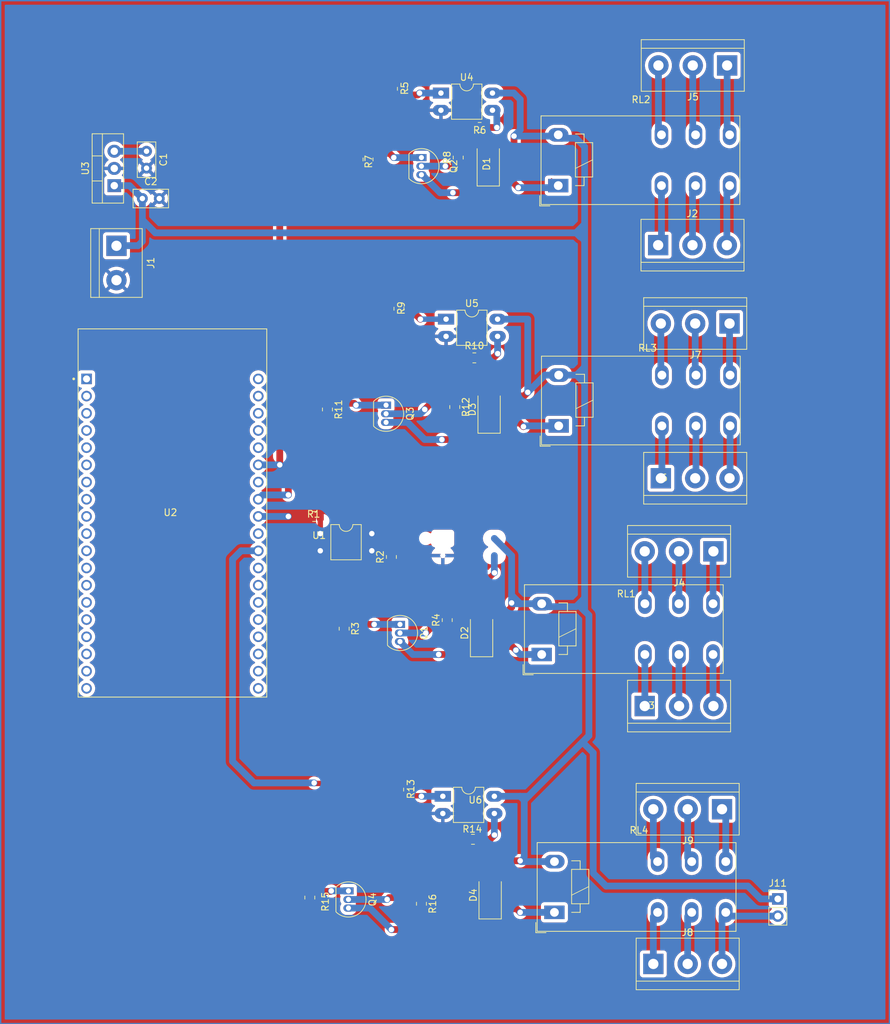
<source format=kicad_pcb>
(kicad_pcb (version 20240108) (generator "pcbnew") (generator_version "8.0")
  (layers (0 "F.Cu" signal) (31 "B.Cu" signal) (34 "B.Paste" user) (35 "F.Paste" user) (36 "B.SilkS" user "B.Silkscreen") (37 "F.SilkS" user "F.Silkscreen") (38 "B.Mask" user) (39 "F.Mask" user) (44 "Edge.Cuts" user))
  (net 0 "")
  (net 1 "GND")
  (net 2 "+5V")
  (net 3 "12V")
  (net 4 "Net-(D1-A)")
  (net 5 "Net-(D2-A)")
  (net 6 "Net-(D3-A)")
  (net 7 "Net-(D4-A)")
  (net 8 "NO1")
  (net 9 "COM1")
  (net 10 "NC1")
  (net 11 "NC1.1")
  (net 12 "NO1.1")
  (net 13 "COM1.1")
  (net 14 "COM2.1")
  (net 15 "NC2.1")
  (net 16 "NO2.1")
  (net 17 "COM2")
  (net 18 "NO2")
  (net 19 "NC2")
  (net 20 "NC1.2")
  (net 21 "NO1.2")
  (net 22 "COM1.2")
  (net 23 "NC2.2")
  (net 24 "COM2.2")
  (net 25 "NO2.2")
  (net 26 "NC1.3")
  (net 27 "COM1.3")
  (net 28 "NO1.3")
  (net 29 "COM2.3")
  (net 30 "NO2.3")
  (net 31 "NC2.3")
  (net 32 "Net-(Q1-S)")
  (net 33 "Net-(Q1-G)")
  (net 34 "Net-(Q2-S)")
  (net 35 "Net-(Q2-G)")
  (net 36 "Net-(Q3-G)")
  (net 37 "Net-(Q3-S)")
  (net 38 "Net-(Q4-G)")
  (net 39 "Net-(Q4-S)")
  (net 40 "Net-(R1-Pad2)")
  (net 41 "Net-(R2-Pad2)")
  (net 42 "Net-(R5-Pad2)")
  (net 43 "GPIO18")
  (net 44 "Net-(R6-Pad2)")
  (net 45 "Net-(R9-Pad2)")
  (net 46 "Net-(R10-Pad2)")
  (net 47 "Net-(R13-Pad2)")
  (net 48 "Net-(R14-Pad2)")
  (net 49 "5V")
  (net 50 "SCL")
  (net 51 "SDA")
  (net 70 "3.3V")
  (net 78 "GPIO21")
  (net 80 "GPIO19")
  (net 81 "GPIO17")
  (footprint "Resistor_SMD:R_0805_2012Metric" (layer "F.Cu") (at 102.715 104.4875 -90)
    (property "Reference" "R12")
    (property "Value" "10k")
  )
  (footprint "TerminalBlock:TerminalBlock_bornier-3_P5.08mm" (layer "F.Cu") (at 143.355 92.145 180)
    (property "Reference" "J7")
    (property "Value" "BORNERA 2")
  )
  (footprint "Resistor_SMD:R_0805_2012Metric" (layer "F.Cu") (at 93.345 126.6375 90)
    (property "Reference" "R2")
    (property "Value" "1K")
  )
  (footprint "Relay_THT:Relay_DPDT_Schrack-RT2-FormC_RM5mm" (layer "F.Cu") (at 118.025 71.77)
    (property "Reference" "RL2")
    (property "Value" "Relay_Doble_Inversor")
  )
  (footprint "TerminalBlock:TerminalBlock_bornier-3_P5.08mm" (layer "F.Cu") (at 140.97 125.805 180)
    (property "Reference" "J4")
    (property "Value" "BORNERA 2")
  )
  (footprint "Capacitor_THT:C_Disc_D5.0mm_W2.5mm_P2.50mm" (layer "F.Cu") (at 56.515 73.68)
    (property "Reference" "C2")
    (property "Value" "0.22uf")
  )
  (footprint "Diode_SMD:D_SMA" (layer "F.Cu") (at 106.68 137.87 90)
    (property "Reference" "D2")
    (property "Value" "DIODE")
  )
  (footprint "Package_DIP:DIP-4_W7.62mm_LongPads" (layer "F.Cu") (at 82.8275 123.185)
    (property "Reference" "U1")
    (property "Value" "PC817")
  )
  (footprint "Resistor_SMD:R_0805_2012Metric" (layer "F.Cu") (at 81.28 176.9625 -90)
    (property "Reference" "R15")
    (property "Value" "10k")
  )
  (footprint "TerminalBlock:TerminalBlock_bornier-3_P5.08mm" (layer "F.Cu") (at 133.195 115.005)
    (property "Reference" "J6")
    (property "Value" "BORNERA 1")
  )
  (footprint "TerminalBlock:TerminalBlock_bornier-3_P5.08mm" (layer "F.Cu") (at 142.995 54.02 180)
    (property "Reference" "J5")
    (property "Value" "BORNERA 2")
  )
  (footprint "TerminalBlock:TerminalBlock_bornier-3_P5.08mm" (layer "F.Cu") (at 132.08 186.765)
    (property "Reference" "J8")
    (property "Value" "BORNERA 1")
  )
  (footprint "Package_DIP:DIP-4_W7.62mm_LongPads" (layer "F.Cu") (at 100.67 58.1)
    (property "Reference" "U4")
    (property "Value" "PC817")
  )
  (footprint "Resistor_SMD:R_0805_2012Metric" (layer "F.Cu") (at 103.225 67.63 90)
    (property "Reference" "R8")
    (property "Value" "10k")
  )
  (footprint "Resistor_SMD:R_0805_2012Metric" (layer "F.Cu") (at 83.885 104.845 -90)
    (property "Reference" "R11")
    (property "Value" "10k")
  )
  (footprint "Package_TO_SOT_THT:TO-92_Inline" (layer "F.Cu") (at 97.785 67.63 -90)
    (property "Reference" "Q2")
    (property "Value" "2N7000")
  )
  (footprint "Package_TO_SOT_THT:TO-92_Inline" (layer "F.Cu") (at 92.555 104.21 -90)
    (property "Reference" "Q3")
    (property "Value" "2N7000")
  )
  (footprint "Package_DIP:DIP-4_W7.62mm_LongPads" (layer "F.Cu") (at 101.43 91.505)
    (property "Reference" "U5")
    (property "Value" "PC817")
  )
  (footprint "Relay_THT:Relay_DPDT_Schrack-RT2-FormC_RM5mm" (layer "F.Cu") (at 118.09 107.27)
    (property "Reference" "RL3")
    (property "Value" "Relay_Doble_Inversor")
  )
  (footprint "Relay_THT:Relay_DPDT_Schrack-RT2-FormC_RM5mm" (layer "F.Cu") (at 117.455 179.145)
    (property "Reference" "RL4")
    (property "Value" "Relay_Doble_Inversor")
  )
  (footprint "Resistor_SMD:R_0805_2012Metric" (layer "F.Cu") (at 86.36 137.235 -90)
    (property "Reference" "R3")
    (property "Value" "10k")
  )
  (footprint "Diode_SMD:D_SMA" (layer "F.Cu") (at 107.67 68.32 90)
    (property "Reference" "D1")
    (property "Value" "DIODE")
  )
  (footprint "nueva huella esp32:MODULE_ESP32-DEVKITC-32D" (layer "F.Cu") (at 60.96 120.09)
    (property "Reference" "U2")
    (property "Value" "ESP32-DEVKITC-32D")
  )
  (footprint "Connector_PinHeader_2.54mm:PinHeader_1x02_P2.54mm_Vertical" (layer "F.Cu") (at 150.495 177.16)
    (property "Reference" "J11")
    (property "Value" "valvula")
  )
  (footprint "Diode_SMD:D_SMA" (layer "F.Cu") (at 107.95 176.605 90)
    (property "Reference" "D4")
    (property "Value" "DIODE")
  )
  (footprint "TerminalBlock:TerminalBlock_bornier-3_P5.08mm" (layer "F.Cu") (at 132.795 80.57)
    (property "Reference" "J2")
    (property "Value" "BORNERA 1")
  )
  (footprint "Package_TO_SOT_THT:TO-92_Inline" (layer "F.Cu") (at 86.995 175.97 -90)
    (property "Reference" "Q4")
    (property "Value" "2N7000")
  )
  (footprint "Resistor_SMD:R_0805_2012Metric" (layer "F.Cu") (at 105.6125 97.225)
    (property "Reference" "R10")
    (property "Value" "1K")
  )
  (footprint "Diode_SMD:D_SMA" (layer "F.Cu") (at 107.795 104.845 90)
    (property "Reference" "D3")
    (property "Value" "DIODE")
  )
  (footprint "TerminalBlock:TerminalBlock_bornier-3_P5.08mm" (layer "F.Cu") (at 142.24 163.905 180)
    (property "Reference" "J9")
    (property "Value" "BORNERA 2")
  )
  (footprint "Resistor_SMD:R_0805_2012Metric" (layer "F.Cu") (at 97.79 177.875 -90)
    (property "Reference" "R16")
    (property "Value" "10k")
  )
  (footprint "TerminalBlock:TerminalBlock_bornier-3_P5.08mm" (layer "F.Cu") (at 130.81 148.665)
    (property "Reference" "J3")
    (property "Value" "BORNERA 1")
  )
  (footprint "Resistor_SMD:R_0805_2012Metric" (layer "F.Cu") (at 101.6 135.965 90)
    (property "Reference" "R4")
    (property "Value" "10k")
  )
  (footprint "Package_TO_SOT_THT:TO-92_Inline" (layer "F.Cu") (at 94.615 136.6 -90)
    (property "Reference" "Q1")
    (property "Value" "2N7000")
  )
  (footprint "Resistor_SMD:R_0805_2012Metric" (layer "F.Cu") (at 81.915 120.65)
    (property "Reference" "R1")
    (property "Value" "1k")
  )
  (footprint "TerminalBlock:TerminalBlock_bornier-2_P5.08mm" (layer "F.Cu") (at 52.685 80.665 -90)
    (property "Reference" "J1")
    (property "Value" "Screw_Terminal_01x02")
  )
  (footprint "Resistor_SMD:R_0805_2012Metric" (layer "F.Cu") (at 106.4 63.185)
    (property "Reference" "R6")
    (property "Value" "1K")
  )
  (footprint "Package_DIP:DIP-4_W7.62mm_LongPads" (layer "F.Cu") (at 100.95 161.995)
    (property "Reference" "U6")
    (property "Value" "PC817")
  )
  (footprint "Resistor_SMD:R_0805_2012Metric" (layer "F.Cu") (at 94.97 57.47 -90)
    (property "Reference" "R5")
    (property "Value" "1k")
  )
  (footprint "Resistor_SMD:R_0805_2012Metric" (layer "F.Cu") (at 89.89 67.9075 -90)
    (property "Reference" "R7")
    (property "Value" "10k")
  )
  (footprint "Capacitor_THT:C_Disc_D5.0mm_W2.5mm_P2.50mm" (layer "F.Cu") (at 57.13 66.695 -90)
    (property "Reference" "C1")
    (property "Value" "0.1uf")
  )
  (footprint "Relay_THT:Relay_DPDT_Schrack-RT2-FormC_RM5mm" (layer "F.Cu") (at 115.57 141.045)
    (property "Reference" "RL1")
    (property "Value" "Relay_Doble_Inversor")
  )
  (footprint "Resistor_SMD:R_0805_2012Metric" (layer "F.Cu") (at 105.41 168.35)
    (property "Reference" "R14")
    (property "Value" "1K")
  )
  (footprint "Package_TO_SOT_THT:TO-220-3_Vertical" (layer "F.Cu") (at 52.36 71.775 90)
    (property "Reference" "U3")
    (property "Value" "L7805")
  )
  (footprint "Resistor_SMD:R_0805_2012Metric" (layer "F.Cu") (at 94.46 89.9625 -90)
    (property "Reference" "R9")
    (property "Value" "1k")
  )
  (footprint "Resistor_SMD:R_0805_2012Metric" (layer "F.Cu") (at 95.885 161.0075 -90)
    (property "Reference" "R13")
    (property "Value" "1k")
  )
  (gr_rect (start 35.56 44.45) (end 167.005 195.58) (stroke (width 0.2)) (fill none) (layer "B.Cu"))
  (segment (start 57.13 66.695) (end 52.36 66.695) (width 1) (layer "B.Cu") (net 2))
  (segment (start 111.48 65.675) (end 110.835 66.32) (width 1) (layer "F.Cu") (net 3))
  (segment (start 112.97 102.845) (end 107.795 102.845) (width 1) (layer "F.Cu") (net 3))
  (segment (start 107.95 173.43) (end 109.855 171.525) (width 1) (layer "F.Cu") (net 3))
  (segment (start 109.315 135.87) (end 111.125 134.06) (width 1) (layer "F.Cu") (net 3))
  (segment (start 107.95 174.605) (end 107.95 173.43) (width 0.8) (layer "F.Cu") (net 3))
  (segment (start 109.855 171.525) (end 112.395 171.525) (width 1) (layer "F.Cu") (net 3))
  (segment (start 113.51 102.305) (end 112.97 102.845) (width 1) (layer "F.Cu") (net 3))
  (segment (start 110.835 66.32) (end 107.67 66.32) (width 1) (layer "F.Cu") (net 3))
  (segment (start 106.68 135.87) (end 109.315 135.87) (width 1) (layer "F.Cu") (net 3))
  (segment (start 111.48 64.425) (end 111.48 65.675) (width 1) (layer "F.Cu") (net 3))
  (segment (start 111.125 134.06) (end 111.125 133.425) (width 1) (layer "F.Cu") (net 3))
  (via (at 111.125 133.425) (size 0.9) (drill 0.8) (layers "F.Cu" "B.Cu") (net 3))
  (via (at 111.48 64.455) (size 0.9) (drill 0.8) (layers "F.Cu" "B.Cu") (net 3))
  (via (at 113.51 102.305) (size 0.9) (drill 0.8) (layers "F.Cu" "B.Cu") (net 3))
  (via (at 112.395 171.525) (size 0.9) (drill 0.8) (layers "F.Cu" "B.Cu") (net 3))
  (segment (start 118.025 64.27) (end 118.525 64.77) (width 0.8) (layer "B.Cu") (net 3))
  (segment (start 125.095 175.26) (end 123.19 173.355) (width 1) (layer "B.Cu") (net 3))
  (segment (start 121.845 99.77) (end 120.65 99.77) (width 1) (layer "B.Cu") (net 3))
  (segment (start 112.9925 162.5975) (end 112.9925 170.9275) (width 1) (layer "B.Cu") (net 3))
  (segment (start 116.045 99.77) (end 118.09 99.77) (width 1) (layer "B.Cu") (net 3))
  (segment (start 122.2375 153.3525) (end 122.555 153.035) (width 1) (layer "B.Cu") (net 3))
  (segment (start 111.125 132.08) (end 111.125 133.425) (width 1) (layer "B.Cu") (net 3))
  (segment (start 108.29 58.1) (end 111.44 58.1) (width 1) (layer "B.Cu") (net 3))
  (segment (start 122.555 135.255) (end 121.285 133.985) (width 1) (layer "B.Cu") (net 3))
  (segment (start 121.92 134.62) (end 121.92 132.715) (width 1) (layer "B.Cu") (net 3))
  (segment (start 111.125 132.275) (end 112.395 133.545) (width 1) (layer "B.Cu") (net 3))
  (segment (start 108.57 161.995) (end 112.39 161.995) (width 1) (layer "B.Cu") (net 3))
  (segment (start 111.44 58.1) (end 112.395 59.055) (width 1) (layer "B.Cu") (net 3))
  (segment (start 116.01 133.985) (end 115.57 133.545) (width 0.8) (layer "B.Cu") (net 3))
  (segment (start 112.395 133.545) (end 115.57 133.545) (width 1) (layer "B.Cu") (net 3))
  (segment (start 112.9925 170.9275) (end 112.395 171.525) (width 0.8) (layer "B.Cu") (net 3))
  (segment (start 111.125 133.425) (end 111.245 133.545) (width 0.8) (layer "B.Cu") (net 3))
  (segment (start 111.125 126.45) (end 111.125 132.08) (width 1) (layer "B.Cu") (net 3))
  (segment (start 147.95 177.16) (end 146.05 175.26) (width 1) (layer "B.Cu") (net 3))
  (segment (start 120.65 99.77) (end 120.725 99.77) (width 0.8) (layer "B.Cu") (net 3))
  (segment (start 112.395 59.055) (end 112.395 63.54) (width 1) (layer "B.Cu") (net 3))
  (segment (start 117.84 64.455) (end 111.48 64.455) (width 1) (layer "B.Cu") (net 3))
  (segment (start 56.515 78.76) (end 56.515 80.01) (width 1) (layer "B.Cu") (net 3))
  (segment (start 121.92 99.695) (end 121.845 99.77) (width 0.8) (layer "B.Cu") (net 3))
  (segment (start 120.65 133.985) (end 121.92 132.715) (width 1) (layer "B.Cu") (net 3))
  (segment (start 121.27 78.755) (end 121.92 78.105) (width 1) (layer "B.Cu") (net 3))
  (segment (start 121.27 78.755) (end 121.27 79.36) (width 0.8) (layer "B.Cu") (net 3))
  (segment (start 120.665 78.755) (end 58.435 78.755) (width 1) (layer "B.Cu") (net 3))
  (segment (start 123.19 173.355) (end 123.19 155.575) (width 1) (layer "B.Cu") (net 3))
  (segment (start 108.57 123.895) (end 111.125 126.45) (width 1) (layer "B.Cu") (net 3))
  (segment (start 109.05 91.505) (end 113.505 91.505) (width 1) (layer "B.Cu") (net 3))
  (segment (start 58.435 78.755) (end 56.515 76.835) (width 1) (layer "B.Cu") (net 3))
  (segment (start 108.64 161.925) (end 108.57 161.995) (width 1) (layer "B.Cu") (net 3))
  (segment (start 120.65 133.985) (end 116.01 133.985) (width 1) (layer "B.Cu") (net 3))
  (segment (start 111.125 132.08) (end 111.125 132.275) (width 0.8) (layer "B.Cu") (net 3))
  (segment (start 123.19 155.575) (end 121.6025 153.9875) (width 1) (layer "B.Cu") (net 3))
  (segment (start 120.635 78.755) (end 121.92 77.47) (width 1) (layer "B.Cu") (net 3))
  (segment (start 52.705 80.645) (end 52.685 80.665) (width 0.8) (layer "B.Cu") (net 3))
  (segment (start 121.285 154.305) (end 122.555 153.035) (width 1) (layer "B.Cu") (net 3))
  (segment (start 56.515 73.68) (end 56.515 76.835) (width 1) (layer "B.Cu") (net 3))
  (segment (start 113.505 91.505) (end 113.51 91.51) (width 0.8) (layer "B.Cu") (net 3))
  (segment (start 113.51 102.305) (end 116.045 99.77) (width 1) (layer "B.Cu") (net 3))
  (segment (start 56.515 76.835) (end 56.515 78.105) (width 1) (layer "B.Cu") (net 3))
  (segment (start 112.39 161.995) (end 113.595 161.995) (width 1) (layer "B.Cu") (net 3))
  (segment (start 113.51 91.51) (end 113.51 102.305) (width 1) (layer "B.Cu") (net 3))
  (segment (start 121.27 79.36) (end 120.665 78.755) (width 1) (layer "B.Cu") (net 3))
  (segment (start 120.65 64.77) (end 121.92 66.04) (width 1) (layer "B.Cu") (net 3))
  (segment (start 121.92 66.04) (end 121.92 77.47) (width 1) (layer "B.Cu") (net 3))
  (segment (start 121.92 80.01) (end 121.92 78.105) (width 1) (layer "B.Cu") (net 3))
  (segment (start 56.515 78.105) (end 56.515 78.76) (width 1) (layer "B.Cu") (net 3))
  (segment (start 113.595 161.995) (end 113.665 161.925) (width 0.8) (layer "B.Cu") (net 3))
  (segment (start 111.245 133.545) (end 112.395 133.545) (width 1) (layer "B.Cu") (net 3))
  (segment (start 122.555 153.035) (end 122.555 135.255) (width 1) (layer "B.Cu") (net 3))
  (segment (start 121.92 132.715) (end 121.92 100.965) (width 1) (layer "B.Cu") (net 3))
  (segment (start 121.92 99.695) (end 121.92 98.425) (width 1) (layer "B.Cu") (net 3))
  (segment (start 54.61 71.775) (end 56.515 73.68) (width 1) (layer "B.Cu") (net 3))
  (segment (start 113.665 161.925) (end 121.285 154.305) (width 1) (layer "B.Cu") (net 3))
  (segment (start 118.525 64.77) (end 120.65 64.77) (width 1) (layer "B.Cu") (net 3))
  (segment (start 121.92 98.425) (end 121.92 80.01) (width 1) (layer "B.Cu") (net 3))
  (segment (start 120.665 78.755) (end 120.635 78.755) (width 1) (layer "B.Cu") (net 3))
  (segment (start 121.92 78.105) (end 121.92 77.47) (width 1) (layer "B.Cu") (net 3))
  (segment (start 56.52 78.755) (end 56.515 78.76) (width 0.8) (layer "B.Cu") (net 3))
  (segment (start 52.36 71.775) (end 54.61 71.775) (width 1) (layer "B.Cu") (net 3))
  (segment (start 121.92 98.575) (end 120.725 99.77) (width 1) (layer "B.Cu") (net 3))
  (segment (start 121.92 98.425) (end 121.92 98.575) (width 0.8) (layer "B.Cu") (net 3))
  (segment (start 121.27 79.36) (end 121.92 80.01) (width 0.8) (layer "B.Cu") (net 3))
  (segment (start 120.65 99.77) (end 118.09 99.77) (width 1) (layer "B.Cu") (net 3))
  (segment (start 117.455 171.645) (end 112.515 171.645) (width 1) (layer "B.Cu") (net 3))
  (segment (start 112.395 63.54) (end 111.48 64.455) (width 1) (layer "B.Cu") (net 3))
  (segment (start 118.025 64.27) (end 117.84 64.455) (width 0.8) (layer "B.Cu") (net 3))
  (segment (start 112.515 171.645) (end 112.395 171.525) (width 0.8) (layer "B.Cu") (net 3))
  (segment (start 121.92 100.965) (end 121.92 99.695) (width 1) (layer "B.Cu") (net 3))
  (segment (start 120.665 78.755) (end 121.27 78.755) (width 0.8) (layer "B.Cu") (net 3))
  (segment (start 121.285 133.985) (end 120.65 133.985) (width 0.8) (layer "B.Cu") (net 3))
  (segment (start 112.39 161.995) (end 112.9925 162.5975) (width 1) (layer "B.Cu") (net 3))
  (segment (start 112.9925 162.5975) (end 113.665 161.925) (width 1) (layer "B.Cu") (net 3))
  (segment (start 146.05 175.26) (end 125.095 175.26) (width 1) (layer "B.Cu") (net 3))
  (segment (start 120.725 99.77) (end 121.92 100.965) (width 1) (layer "B.Cu") (net 3))
  (segment (start 55.88 80.645) (end 52.705 80.645) (width 1) (layer "B.Cu") (net 3))
  (segment (start 55.88 80.645) (end 56.515 80.01) (width 1) (layer "B.Cu") (net 3))
  (segment (start 121.285 133.985) (end 121.92 134.62) (width 1) (layer "B.Cu") (net 3))
  (segment (start 150.495 177.16) (end 147.95 177.16) (width 1) (layer "B.Cu") (net 3))
  (segment (start 117.025 70.77) (end 118.025 71.77) (width 0.2) (layer "F.Cu") (net 4))
  (segment (start 112.115 72.075) (end 110.36 70.32) (width 1) (layer "F.Cu") (net 4))
  (segment (start 107.67 70.32) (end 105.17 72.82) (width 1) (layer "F.Cu") (net 4))
  (segment (start 110.36 70.32) (end 109.845 70.32) (width 0.8) (layer "F.Cu") (net 4))
  (segment (start 108.185 70.32) (end 107.67 70.32) (width 0.8) (layer "F.Cu") (net 4))
  (segment (start 109.845 70.32) (end 107.67 70.32) (width 1) (layer "F.Cu") (net 4))
  (segment (start 105.17 72.82) (end 102.435 72.82) (width 1) (layer "F.Cu") (net 4))
  (via (at 112.115 72.075) (size 0.9) (drill 0.8) (layers "F.Cu" "B.Cu") (net 4))
  (via (at 102.435 72.82) (size 0.9) (drill 0.8) (layers "F.Cu" "B.Cu") (net 4))
  (segment (start 97.785 70.17) (end 97.895 70.17) (width 0.8) (layer "B.Cu") (net 4))
  (segment (start 100.545 72.82) (end 102.435 72.82) (width 1) (layer "B.Cu") (net 4))
  (segment (start 97.895 70.17) (end 100.545 72.82) (width 1) (layer "B.Cu") (net 4))
  (segment (start 111.935 71.77) (end 111.985 71.77) (width 0.2) (layer "B.Cu") (net 4))
  (segment (start 117.72 72.075) (end 112.115 72.075) (width 1) (layer "B.Cu") (net 4))
  (segment (start 118.025 71.77) (end 117.72 72.075) (width 0.8) (layer "B.Cu") (net 4))
  (segment (start 105.505 141.045) (end 100.33 141.045) (width 1) (layer "F.Cu") (net 5))
  (segment (start 111.76 140.41) (end 111.22 139.87) (width 1) (layer "F.Cu") (net 5))
  (segment (start 111.22 139.87) (end 106.68 139.87) (width 1) (layer "F.Cu") (net 5))
  (segment (start 106.68 139.87) (end 105.505 141.045) (width 1) (layer "F.Cu") (net 5))
  (via (at 100.33 141.045) (size 0.9) (drill 0.8) (layers "F.Cu" "B.Cu") (net 5))
  (via (at 111.76 140.41) (size 0.9) (drill 0.8) (layers "F.Cu" "B.Cu") (net 5))
  (segment (start 112.395 141.045) (end 111.76 140.41) (width 1) (layer "B.Cu") (net 5))
  (segment (start 96.52 141.045) (end 100.33 141.045) (width 1) (layer "B.Cu") (net 5))
  (segment (start 115.57 141.045) (end 112.395 141.045) (width 1) (layer "B.Cu") (net 5))
  (segment (start 94.615 139.14) (end 96.52 141.045) (width 1) (layer "B.Cu") (net 5))
  (segment (start 107.795 106.845) (end 112.335 106.845) (width 1) (layer "F.Cu") (net 6))
  (segment (start 105.35 109.29) (end 100.81 109.29) (width 1) (layer "F.Cu") (net 6))
  (segment (start 107.795 106.845) (end 105.35 109.29) (width 1) (layer "F.Cu") (net 6))
  (segment (start 112.335 106.845) (end 112.875 107.385) (width 1) (layer "F.Cu") (net 6))
  (via (at 112.875 107.385) (size 0.9) (drill 0.8) (layers "F.Cu" "B.Cu") (net 6))
  (via (at 100.81 109.29) (size 0.9) (drill 0.8) (layers "F.Cu" "B.Cu") (net 6))
  (segment (start 95.73 106.75) (end 98.27 109.29) (width 1) (layer "B.Cu") (net 6))
  (segment (start 118.09 107.27) (end 112.99 107.27) (width 1) (layer "B.Cu") (net 6))
  (segment (start 92.555 106.75) (end 95.73 106.75) (width 1) (layer "B.Cu") (net 6))
  (segment (start 98.27 109.29) (end 100.81 109.29) (width 1) (layer "B.Cu") (net 6))
  (segment (start 112.99 107.27) (end 112.875 107.385) (width 0.8) (layer "B.Cu") (net 6))
  (segment (start 107.22 178.605) (end 104.14 181.685) (width 1) (layer "F.Cu") (net 7))
  (segment (start 107.95 178.605) (end 107.22 178.605) (width 0.8) (layer "F.Cu") (net 7))
  (segment (start 111.855 178.605) (end 112.395 179.145) (width 1) (layer "F.Cu") (net 7))
  (segment (start 104.14 181.685) (end 93.345 181.685) (width 1) (layer "F.Cu") (net 7))
  (segment (start 107.95 178.605) (end 111.855 178.605) (width 1) (layer "F.Cu") (net 7))
  (via (at 93.345 181.685) (size 0.9) (drill 0.8) (layers "F.Cu" "B.Cu") (net 7))
  (via (at 112.395 179.145) (size 0.9) (drill 0.8) (layers "F.Cu" "B.Cu") (net 7))
  (segment (start 117.455 179.145) (end 112.395 179.145) (width 1) (layer "B.Cu") (net 7))
  (segment (start 86.995 178.51) (end 90.17 178.51) (width 1) (layer "B.Cu") (net 7))
  (segment (start 90.17 178.51) (end 93.345 181.685) (width 1) (layer "B.Cu") (net 7))
  (segment (start 142.955 80.57) (end 142.955 72.18) (width 1) (layer "B.Cu") (net 8))
  (segment (start 142.955 72.18) (end 143.365 71.77) (width 0.2) (layer "B.Cu") (net 8))
  (segment (start 137.875 72.22) (end 138.325 71.77) (width 0.2) (layer "B.Cu") (net 9))
  (segment (start 137.875 80.57) (end 137.875 72.22) (width 1) (layer "B.Cu") (net 9))
  (segment (start 133.285 80.08) (end 133.285 71.77) (width 1) (layer "B.Cu") (net 10))
  (segment (start 132.795 80.57) (end 133.285 80.08) (width 0.2) (layer "B.Cu") (net 10))
  (segment (start 130.83 148.645) (end 130.81 148.665) (width 0.8) (layer "B.Cu") (net 11))
  (segment (start 130.83 141.045) (end 130.83 148.645) (width 1) (layer "B.Cu") (net 11))
  (segment (start 140.91 148.605) (end 140.97 148.665) (width 0.8) (layer "B.Cu") (net 12))
  (segment (start 140.91 141.045) (end 140.91 148.605) (width 1) (layer "B.Cu") (net 12))
  (segment (start 135.87 141.045) (end 135.87 148.645) (width 1) (layer "B.Cu") (net 13))
  (segment (start 135.87 148.645) (end 135.89 148.665) (width 0.8) (layer "B.Cu") (net 13))
  (segment (start 135.87 125.825) (end 135.89 125.805) (width 0.8) (layer "B.Cu") (net 14))
  (segment (start 135.87 133.545) (end 135.87 125.825) (width 1) (layer "B.Cu") (net 14))
  (segment (start 130.83 125.825) (end 130.81 125.805) (width 0.8) (layer "B.Cu") (net 15))
  (segment (start 130.83 133.545) (end 130.83 125.825) (width 1) (layer "B.Cu") (net 15))
  (segment (start 140.91 125.865) (end 140.97 125.805) (width 0.8) (layer "B.Cu") (net 16))
  (segment (start 140.91 133.545) (end 140.91 125.865) (width 1) (layer "B.Cu") (net 16))
  (segment (start 137.915 63.86) (end 138.325 64.27) (width 0.2) (layer "B.Cu") (net 17))
  (segment (start 137.915 54.02) (end 137.915 63.86) (width 1) (layer "B.Cu") (net 17))
  (segment (start 142.995 63.9) (end 143.365 64.27) (width 0.2) (layer "B.Cu") (net 18))
  (segment (start 142.995 54.02) (end 142.995 63.9) (width 1) (layer "B.Cu") (net 18))
  (segment (start 132.835 54.02) (end 132.835 63.82) (width 1) (layer "B.Cu") (net 19))
  (segment (start 132.835 63.82) (end 133.285 64.27) (width 0.2) (layer "B.Cu") (net 19))
  (segment (start 133.35 107.27) (end 133.35 114.85) (width 1) (layer "B.Cu") (net 20))
  (segment (start 133.35 114.85) (end 133.195 115.005) (width 0.8) (layer "B.Cu") (net 20))
  (segment (start 143.43 114.93) (end 143.355 115.005) (width 0.8) (layer "B.Cu") (net 21))
  (segment (start 143.43 107.27) (end 143.43 114.93) (width 1) (layer "B.Cu") (net 21))
  (segment (start 138.39 114.89) (end 138.275 115.005) (width 0.8) (layer "B.Cu") (net 22))
  (segment (start 138.39 107.27) (end 138.39 114.89) (width 1) (layer "B.Cu") (net 22))
  (segment (start 133.195 99.615) (end 133.35 99.77) (width 0.8) (layer "B.Cu") (net 23))
  (segment (start 133.195 92.145) (end 133.195 99.615) (width 1) (layer "B.Cu") (net 23))
  (segment (start 138.275 92.145) (end 138.275 99.655) (width 1) (layer "B.Cu") (net 24))
  (segment (start 138.275 99.655) (end 138.39 99.77) (width 0.8) (layer "B.Cu") (net 24))
  (segment (start 143.355 92.145) (end 143.355 99.695) (width 1) (layer "B.Cu") (net 25))
  (segment (start 143.355 99.695) (end 143.43 99.77) (width 0.8) (layer "B.Cu") (net 25))
  (segment (start 132.08 186.765) (end 132.08 179.78) (width 1) (layer "B.Cu") (net 26))
  (segment (start 132.08 179.78) (end 132.715 179.145) (width 0.8) (layer "B.Cu") (net 26))
  (segment (start 137.16 186.765) (end 137.16 179.74) (width 1) (layer "B.Cu") (net 27))
  (segment (start 137.16 179.74) (end 137.755 179.145) (width 0.8) (layer "B.Cu") (net 27))
  (segment (start 150.495 179.7) (end 143.35 179.7) (width 1) (layer "B.Cu") (net 28))
  (segment (start 142.24 179.7) (end 142.795 179.145) (width 0.8) (layer "B.Cu") (net 28))
  (segment (start 143.35 179.7) (end 142.795 179.145) (width 0.8) (layer "B.Cu") (net 28))
  (segment (start 142.24 186.765) (end 142.24 179.7) (width 1) (layer "B.Cu") (net 28))
  (segment (start 137.16 171.05) (end 137.755 171.645) (width 0.8) (layer "B.Cu") (net 29))
  (segment (start 137.16 163.905) (end 137.16 171.05) (width 1) (layer "B.Cu") (net 29))
  (segment (start 142.795 171.645) (end 142.795 164.46) (width 1) (layer "B.Cu") (net 30))
  (segment (start 142.795 164.46) (end 142.24 163.905) (width 0.8) (layer "B.Cu") (net 30))
  (segment (start 132.08 171.01) (end 132.715 171.645) (width 0.8) (layer "B.Cu") (net 31))
  (segment (start 132.08 163.905) (end 132.08 171.01) (width 1) (layer "B.Cu") (net 31))
  (segment (start 89.8125 136.6) (end 90.805 136.6) (width 1) (layer "F.Cu") (net 32))
  (segment (start 86.36 136.3225) (end 89.535 136.3225) (width 1) (layer "F.Cu") (net 32))
  (segment (start 89.535 136.3225) (end 89.8125 136.6) (width 1) (layer "F.Cu") (net 32))
  (via (at 90.805 136.6) (size 0.9) (drill 0.8) (layers "F.Cu" "B.Cu") (net 32))
  (segment (start 94.615 136.6) (end 90.805 136.6) (width 1) (layer "B.Cu") (net 32))
  (segment (start 103.505 136.8775) (end 101.6 136.8775) (width 1) (layer "F.Cu") (net 33))
  (segment (start 99.4175 136.8775) (end 98.425 137.87) (width 1) (layer "F.Cu") (net 33))
  (segment (start 103.505 129.615) (end 103.505 136.8775) (width 1) (layer "F.Cu") (net 33))
  (segment (start 101.6 136.8775) (end 99.4175 136.8775) (width 1) (layer "F.Cu") (net 33))
  (segment (start 105.1325 129.615) (end 103.505 129.615) (width 0.8) (layer "F.Cu") (net 33))
  (via (at 98.425 137.87) (size 0.9) (drill 0.8) (layers "F.Cu" "B.Cu") (net 33))
  (segment (start 94.615 137.87) (end 98.425 137.87) (width 1) (layer "B.Cu") (net 33))
  (segment (start 89.89 66.995) (end 93.065 66.995) (width 1) (layer "F.Cu") (net 34))
  (segment (start 93.065 66.995) (end 93.7 67.63) (width 1) (layer "F.Cu") (net 34))
  (via (at 93.7 67.63) (size 0.9) (drill 0.8) (layers "F.Cu" "B.Cu") (net 34))
  (segment (start 97.785 67.63) (end 93.7 67.63) (width 1) (layer "B.Cu") (net 34))
  (segment (start 105.4875 63.185) (end 105.4875 62.485) (width 0.2) (layer "F.Cu") (net 35))
  (segment (start 103.225 68.5425) (end 104.8525 68.5425) (width 1) (layer "F.Cu") (net 35))
  (segment (start 104.8525 68.5425) (end 104.8525 63.82) (width 1) (layer "F.Cu") (net 35))
  (segment (start 104.8525 63.82) (end 105.4875 63.185) (width 1) (layer "F.Cu") (net 35))
  (segment (start 103.3725 68.87) (end 101.35 68.87) (width 1) (layer "F.Cu") (net 35))
  (via (at 101.32 68.9) (size 0.9) (drill 0.8) (layers "F.Cu" "B.Cu") (net 35))
  (segment (start 97.785 68.9) (end 101.32 68.9) (width 1) (layer "B.Cu") (net 35))
  (segment (start 102.715 103.575) (end 99.54 103.575) (width 1) (layer "F.Cu") (net 36))
  (segment (start 104.7 97.225) (end 104.7 102.86) (width 1) (layer "F.Cu") (net 36))
  (segment (start 103.985 103.575) (end 102.715 103.575) (width 1) (layer "F.Cu") (net 36))
  (segment (start 104.7 102.86) (end 103.985 103.575) (width 1) (layer "F.Cu") (net 36))
  (segment (start 99.54 103.575) (end 98.27 104.845) (width 1) (layer "F.Cu") (net 36))
  (via (at 98.27 104.845) (size 0.9) (drill 0.8) (layers "F.Cu" "B.Cu") (net 36))
  (segment (start 92.555 105.48) (end 97.635 105.48) (width 1) (layer "B.Cu") (net 36))
  (segment (start 97.635 105.48) (end 98.27 104.845) (width 1) (layer "B.Cu") (net 36))
  (segment (start 87.8325 103.9325) (end 88.11 104.21) (width 0.8) (layer "F.Cu") (net 37))
  (segment (start 83.885 103.9325) (end 87.8325 103.9325) (width 1) (layer "F.Cu") (net 37))
  (via (at 88.11 104.21) (size 0.9) (drill 0.8) (layers "F.Cu" "B.Cu") (net 37))
  (segment (start 92.555 104.21) (end 88.11 104.21) (width 1) (layer "B.Cu") (net 37))
  (segment (start 97.79 176.9625) (end 92.9875 176.9625) (width 1) (layer "F.Cu") (net 38))
  (segment (start 101.8775 176.9625) (end 97.79 176.9625) (width 1) (layer "F.Cu") (net 38))
  (segment (start 104.4975 174.3425) (end 101.8775 176.9625) (width 1) (layer "F.Cu") (net 38))
  (segment (start 104.4975 168.35) (end 104.4975 174.3425) (width 1) (layer "F.Cu") (net 38))
  (segment (start 92.9875 176.9625) (end 92.71 177.24) (width 0.8) (layer "F.Cu") (net 38))
  (via (at 92.71 177.24) (size 0.9) (drill 0.8) (layers "F.Cu" "B.Cu") (net 38))
  (segment (start 86.995 177.24) (end 92.71 177.24) (width 1) (layer "B.Cu") (net 38))
  (segment (start 81.28 176.05) (end 84.375 176.05) (width 1) (layer "F.Cu") (net 39))
  (segment (start 84.375 176.05) (end 84.455 175.97) (width 0.8) (layer "F.Cu") (net 39))
  (via (at 84.455 175.97) (size 0.9) (drill 0.8) (layers "F.Cu" "B.Cu") (net 39))
  (segment (start 86.995 175.97) (end 84.455 175.97) (width 1) (layer "B.Cu") (net 39))
  (segment (start 82.8275 123.185) (end 82.8275 120.65) (width 0.8) (layer "F.Cu") (net 40))
  (segment (start 107.95 129.615) (end 106.9575 129.615) (width 0.8) (layer "F.Cu") (net 41))
  (segment (start 108.585 128.98) (end 107.95 129.615) (width 0.8) (layer "F.Cu") (net 41))
  (segment (start 90.4475 125.725) (end 93.345 125.725) (width 0.8) (layer "F.Cu") (net 41))
  (via (at 108.585 128.98) (size 0.9) (drill 0.8) (layers "F.Cu" "B.Cu") (net 41))
  (segment (start 108.57 126.435) (end 108.57 128.965) (width 1) (layer "B.Cu") (net 41))
  (segment (start 108.57 128.965) (end 108.585 128.98) (width 0.8) (layer "B.Cu") (net 41))
  (segment (start 97.2325 58.3825) (end 97.51 58.105) (width 1) (layer "F.Cu") (net 42))
  (segment (start 94.97 58.3825) (end 97.2325 58.3825) (width 1) (layer "F.Cu") (net 42))
  (segment (start 100.345 57.775) (end 100.67 58.1) (width 0.2) (layer "F.Cu") (net 42))
  (via (at 97.51 58.105) (size 0.9) (drill 0.8) (layers "F.Cu" "B.Cu") (net 42))
  (segment (start 97.515 58.1) (end 97.51 58.105) (width 0.2) (layer "B.Cu") (net 42))
  (segment (start 100.67 58.1) (end 97.515 58.1) (width 1) (layer "B.Cu") (net 42))
  (segment (start 81.0025 120.65) (end 78.105 120.65) (width 1) (layer "F.Cu") (net 43))
  (via (at 78.105 120.65) (size 0.9) (drill 0.8) (layers "F.Cu" "B.Cu") (net 43))
  (segment (start 73.66 120.65) (end 78.105 120.65) (width 1) (layer "B.Cu") (net 43))
  (segment (start 107.3125 63.185) (end 108.94 63.185) (width 1) (layer "F.Cu") (net 44))
  (via (at 108.94 63.185) (size 0.9) (drill 0.8) (layers "F.Cu" "B.Cu") (net 44))
  (segment (start 108.29 60.64) (end 108.3 60.64) (width 0.8) (layer "B.Cu") (net 44))
  (segment (start 108.3 60.64) (end 108.94 61.28) (width 0.8) (layer "B.Cu") (net 44))
  (segment (start 108.94 61.28) (end 108.94 63.185) (width 1) (layer "B.Cu") (net 44))
  (segment (start 97 90.875) (end 97.635 91.51) (width 1) (layer "F.Cu") (net 45))
  (segment (start 94.46 90.875) (end 97 90.875) (width 1) (layer "F.Cu") (net 45))
  (via (at 97.635 91.51) (size 0.9) (drill 0.8) (layers "F.Cu" "B.Cu") (net 45))
  (segment (start 101.43 91.505) (end 97.64 91.505) (width 0.8) (layer "B.Cu") (net 45))
  (segment (start 106.525 97.225) (end 108.43 97.225) (width 1) (layer "F.Cu") (net 46))
  (segment (start 108.43 97.225) (end 109.065 96.59) (width 1) (layer "F.Cu") (net 46))
  (via (at 109.065 96.59) (size 0.9) (drill 0.8) (layers "F.Cu" "B.Cu") (net 46))
  (segment (start 109.05 94.045) (end 109.05 96.575) (width 1) (layer "B.Cu") (net 46))
  (segment (start 95.885 161.92) (end 97.71 161.92) (width 0.8) (layer "F.Cu") (net 47))
  (via (at 97.79 162) (size 0.9) (drill 0.8) (layers "F.Cu" "B.Cu") (net 47))
  (segment (start 100.95 161.995) (end 97.795 161.995) (width 1) (layer "B.Cu") (net 47))
  (segment (start 97.795 161.995) (end 97.79 162) (width 0.8) (layer "B.Cu") (net 47))
  (segment (start 106.3225 168.35) (end 107.95 168.35) (width 1) (layer "F.Cu") (net 48))
  (segment (start 107.95 168.35) (end 108.585 167.715) (width 1) (layer "F.Cu") (net 48))
  (via (at 108.585 167.715) (size 0.9) (drill 0.8) (layers "F.Cu" "B.Cu") (net 48))
  (segment (start 108.57 164.535) (end 108.57 167.7) (width 1) (layer "B.Cu") (net 48))
  (segment (start 85.0475 56.5575) (end 76.835 64.77) (width 1) (layer "F.Cu") (net 78))
  (segment (start 76.835 64.77) (end 76.835 113.03) (width 1) (layer "F.Cu") (net 78))
  (segment (start 94.97 56.5575) (end 85.0475 56.5575) (width 1) (layer "F.Cu") (net 78))
  (via (at 76.835 113.03) (size 0.9) (drill 0.8) (layers "F.Cu" "B.Cu") (net 78))
  (segment (start 73.66 113.03) (end 76.835 113.03) (width 1) (layer "B.Cu") (net 78))
  (segment (start 89.385 89.05) (end 79.375 99.06) (width 1) (layer "F.Cu") (net 80))
  (segment (start 79.375 99.06) (end 79.375 114.3) (width 1) (layer "F.Cu") (net 80))
  (segment (start 78.105 115.57) (end 78.105 117.475) (width 1) (layer "F.Cu") (net 80))
  (segment (start 79.375 114.3) (end 78.105 115.57) (width 1) (layer "F.Cu") (net 80))
  (segment (start 94.46 89.05) (end 89.385 89.05) (width 1) (layer "F.Cu") (net 80))
  (via (at 78.105 117.475) (size 0.9) (drill 0.8) (layers "F.Cu" "B.Cu") (net 80))
  (segment (start 73.66 118.11) (end 74.295 117.475) (width 1) (layer "B.Cu") (net 80))
  (segment (start 74.295 117.475) (end 78.105 117.475) (width 1) (layer "B.Cu") (net 80))
  (segment (start 95.885 160.095) (end 81.99 160.095) (width 0.8) (layer "F.Cu") (net 81))
  (segment (start 81.99 160.095) (end 81.915 160.02) (width 0.8) (layer "F.Cu") (net 81))
  (via (at 81.915 160.02) (size 0.9) (drill 0.8) (layers "F.Cu" "B.Cu") (net 81))
  (segment (start 73.66 125.73) (end 71.12 125.73) (width 1) (layer "B.Cu") (net 81))
  (segment (start 71.755 158.75) (end 73.025 160.02) (width 1) (layer "B.Cu") (net 81))
  (segment (start 73.025 160.02) (end 81.915 160.02) (width 1) (layer "B.Cu") (net 81))
  (segment (start 69.85 127) (end 69.85 156.845) (width 1) (layer "B.Cu") (net 81))
  (segment (start 71.12 125.73) (end 69.85 127) (width 1) (layer "B.Cu") (net 81))
  (segment (start 69.85 156.845) (end 71.755 158.75) (width 1) (layer "B.Cu") (net 81))
  (zone (net 1) (net_name "GND") (layer "F.Cu") (priority 1) (connect_pads (clearance 0.5)) (min_thickness 0.25) (fill yes (thermal_gap 0.5) (thermal_bridge_width 0.5))
    (polygon (pts (xy 35.56 44.45) (xy 167.005 44.45) (xy 167.005 195.58) (xy 35.56 195.58)))
  )
  (zone (net 1) (net_name "GND") (layer "B.Cu") (connect_pads (clearance 0.5)) (min_thickness 0.25) (fill yes (thermal_gap 0.5) (thermal_bridge_width 0.5))
    (polygon (pts (xy 35.56 44.45) (xy 167.005 44.45) (xy 167.005 195.58) (xy 35.56 195.58)))
  )
)
</source>
